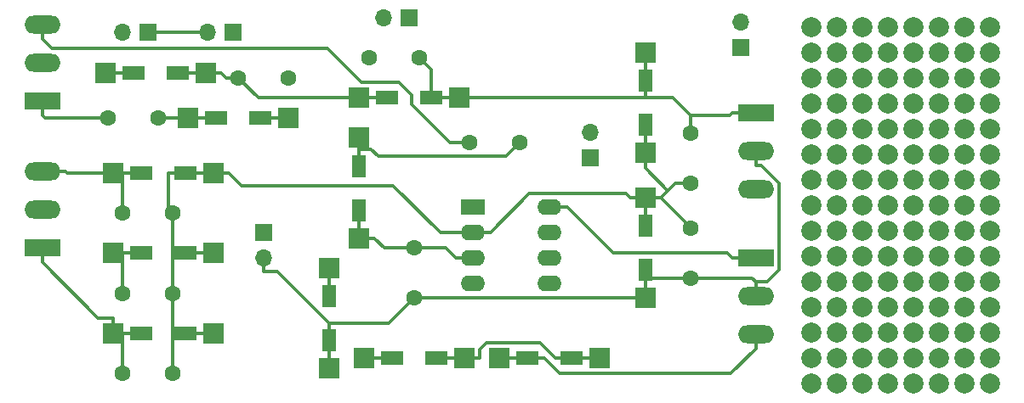
<source format=gbr>
G04 #@! TF.GenerationSoftware,KiCad,Pcbnew,(5.0.0)*
G04 #@! TF.CreationDate,2019-09-28T10:14:36+02:00*
G04 #@! TF.ProjectId,opampprotopcb,6F70616D7070726F746F7063622E6B69,rev?*
G04 #@! TF.SameCoordinates,Original*
G04 #@! TF.FileFunction,Copper,L1,Top,Signal*
G04 #@! TF.FilePolarity,Positive*
%FSLAX46Y46*%
G04 Gerber Fmt 4.6, Leading zero omitted, Abs format (unit mm)*
G04 Created by KiCad (PCBNEW (5.0.0)) date 09/28/19 10:14:36*
%MOMM*%
%LPD*%
G01*
G04 APERTURE LIST*
G04 #@! TA.AperFunction,ComponentPad*
%ADD10R,3.600000X1.800000*%
G04 #@! TD*
G04 #@! TA.AperFunction,ComponentPad*
%ADD11O,3.600000X1.800000*%
G04 #@! TD*
G04 #@! TA.AperFunction,ComponentPad*
%ADD12R,1.700000X1.700000*%
G04 #@! TD*
G04 #@! TA.AperFunction,ComponentPad*
%ADD13O,1.700000X1.700000*%
G04 #@! TD*
G04 #@! TA.AperFunction,ComponentPad*
%ADD14O,2.400000X1.600000*%
G04 #@! TD*
G04 #@! TA.AperFunction,ComponentPad*
%ADD15R,2.400000X1.600000*%
G04 #@! TD*
G04 #@! TA.AperFunction,ComponentPad*
%ADD16R,1.998980X1.998980*%
G04 #@! TD*
G04 #@! TA.AperFunction,SMDPad,CuDef*
%ADD17R,2.301240X1.399540*%
G04 #@! TD*
G04 #@! TA.AperFunction,SMDPad,CuDef*
%ADD18R,1.399540X2.301240*%
G04 #@! TD*
G04 #@! TA.AperFunction,ComponentPad*
%ADD19C,1.600000*%
G04 #@! TD*
G04 #@! TA.AperFunction,ViaPad*
%ADD20C,2.000000*%
G04 #@! TD*
G04 #@! TA.AperFunction,Conductor*
%ADD21C,0.350000*%
G04 #@! TD*
G04 APERTURE END LIST*
D10*
G04 #@! TO.P,J1,1*
G04 #@! TO.N,VCC*
X91000000Y-51000000D03*
D11*
G04 #@! TO.P,J1,2*
G04 #@! TO.N,GND*
X91000000Y-54810000D03*
G04 #@! TO.P,J1,3*
G04 #@! TO.N,VEE*
X91000000Y-58620000D03*
G04 #@! TD*
D10*
G04 #@! TO.P,J2,1*
G04 #@! TO.N,INV_In1*
X20000000Y-50000000D03*
D11*
G04 #@! TO.P,J2,2*
G04 #@! TO.N,Net-(C3-Pad2)*
X20000000Y-46190000D03*
G04 #@! TO.P,J2,3*
G04 #@! TO.N,Net-(C4-Pad2)*
X20000000Y-42380000D03*
G04 #@! TD*
G04 #@! TO.P,J3,3*
G04 #@! TO.N,VEE*
X20000000Y-27690000D03*
G04 #@! TO.P,J3,2*
G04 #@! TO.N,GND*
X20000000Y-31500000D03*
D10*
G04 #@! TO.P,J3,1*
G04 #@! TO.N,N_INV_In*
X20000000Y-35310000D03*
G04 #@! TD*
D12*
G04 #@! TO.P,J4,1*
G04 #@! TO.N,Net-(C1-Pad2)*
X30500000Y-28500000D03*
D13*
G04 #@! TO.P,J4,2*
G04 #@! TO.N,N_INV_In*
X27960000Y-28500000D03*
G04 #@! TD*
D12*
G04 #@! TO.P,J5,1*
G04 #@! TO.N,Net-(C5-Pad2)*
X42000000Y-48460000D03*
D13*
G04 #@! TO.P,J5,2*
G04 #@! TO.N,GND*
X42000000Y-51000000D03*
G04 #@! TD*
D12*
G04 #@! TO.P,J6,1*
G04 #@! TO.N,Net-(C5-Pad2)*
X39000000Y-28500000D03*
D13*
G04 #@! TO.P,J6,2*
G04 #@! TO.N,Net-(C1-Pad2)*
X36460000Y-28500000D03*
G04 #@! TD*
G04 #@! TO.P,J7,2*
G04 #@! TO.N,Net-(C1-Pad2)*
X53960000Y-27000000D03*
D12*
G04 #@! TO.P,J7,1*
G04 #@! TO.N,OUTPUT*
X56500000Y-27000000D03*
G04 #@! TD*
G04 #@! TO.P,J8,1*
G04 #@! TO.N,GND*
X74500000Y-41000000D03*
D13*
G04 #@! TO.P,J8,2*
G04 #@! TO.N,Net-(J8-Pad2)*
X74500000Y-38460000D03*
G04 #@! TD*
D11*
G04 #@! TO.P,J9,3*
G04 #@! TO.N,VEE*
X91000000Y-44120000D03*
G04 #@! TO.P,J9,2*
G04 #@! TO.N,GND*
X91000000Y-40310000D03*
D10*
G04 #@! TO.P,J9,1*
G04 #@! TO.N,OUTPUT*
X91000000Y-36500000D03*
G04 #@! TD*
D13*
G04 #@! TO.P,J10,2*
G04 #@! TO.N,VEE*
X89500000Y-27460000D03*
D12*
G04 #@! TO.P,J10,1*
G04 #@! TO.N,VCC*
X89500000Y-30000000D03*
G04 #@! TD*
D14*
G04 #@! TO.P,U1,8*
G04 #@! TO.N,VCC*
X70500000Y-45920000D03*
G04 #@! TO.P,U1,4*
G04 #@! TO.N,VEE*
X62880000Y-53540000D03*
G04 #@! TO.P,U1,7*
G04 #@! TO.N,Net-(J8-Pad2)*
X70500000Y-48460000D03*
G04 #@! TO.P,U1,3*
G04 #@! TO.N,Net-(C5-Pad2)*
X62880000Y-51000000D03*
G04 #@! TO.P,U1,6*
G04 #@! TO.N,Net-(J8-Pad2)*
X70500000Y-51000000D03*
G04 #@! TO.P,U1,2*
G04 #@! TO.N,Net-(C2-Pad1)*
X62880000Y-48460000D03*
G04 #@! TO.P,U1,5*
G04 #@! TO.N,Net-(R10-Pad2)*
X70500000Y-53540000D03*
D15*
G04 #@! TO.P,U1,1*
G04 #@! TO.N,OUTPUT*
X62880000Y-45920000D03*
G04 #@! TD*
D16*
G04 #@! TO.P,R1,2*
G04 #@! TO.N,N_INV_In*
X26299140Y-32500000D03*
G04 #@! TO.P,R1,1*
G04 #@! TO.N,Net-(C1-Pad2)*
X36301660Y-32500000D03*
D17*
G04 #@! TO.P,R1,2*
G04 #@! TO.N,N_INV_In*
X29100760Y-32500000D03*
G04 #@! TO.P,R1,1*
G04 #@! TO.N,Net-(C1-Pad2)*
X33500040Y-32500000D03*
G04 #@! TD*
G04 #@! TO.P,R2,1*
G04 #@! TO.N,Net-(C2-Pad1)*
X34198340Y-58500000D03*
G04 #@! TO.P,R2,2*
G04 #@! TO.N,INV_In1*
X29799060Y-58500000D03*
D16*
G04 #@! TO.P,R2,1*
G04 #@! TO.N,Net-(C2-Pad1)*
X36999960Y-58500000D03*
G04 #@! TO.P,R2,2*
G04 #@! TO.N,INV_In1*
X26997440Y-58500000D03*
G04 #@! TD*
D17*
G04 #@! TO.P,R3,1*
G04 #@! TO.N,Net-(C2-Pad1)*
X34200940Y-50500000D03*
G04 #@! TO.P,R3,2*
G04 #@! TO.N,Net-(C3-Pad2)*
X29801660Y-50500000D03*
D16*
G04 #@! TO.P,R3,1*
G04 #@! TO.N,Net-(C2-Pad1)*
X37002560Y-50500000D03*
G04 #@! TO.P,R3,2*
G04 #@! TO.N,Net-(C3-Pad2)*
X27000040Y-50500000D03*
G04 #@! TD*
G04 #@! TO.P,R4,2*
G04 #@! TO.N,Net-(C4-Pad2)*
X26997440Y-42500000D03*
G04 #@! TO.P,R4,1*
G04 #@! TO.N,Net-(C2-Pad1)*
X36999960Y-42500000D03*
D17*
G04 #@! TO.P,R4,2*
G04 #@! TO.N,Net-(C4-Pad2)*
X29799060Y-42500000D03*
G04 #@! TO.P,R4,1*
G04 #@! TO.N,Net-(C2-Pad1)*
X34198340Y-42500000D03*
G04 #@! TD*
G04 #@! TO.P,R5,1*
G04 #@! TO.N,Net-(C5-Pad2)*
X41699640Y-37000000D03*
G04 #@! TO.P,R5,2*
G04 #@! TO.N,Net-(C1-Pad2)*
X37300360Y-37000000D03*
D16*
G04 #@! TO.P,R5,1*
G04 #@! TO.N,Net-(C5-Pad2)*
X44501260Y-37000000D03*
G04 #@! TO.P,R5,2*
G04 #@! TO.N,Net-(C1-Pad2)*
X34498740Y-37000000D03*
G04 #@! TD*
G04 #@! TO.P,R6,2*
G04 #@! TO.N,VCC*
X51500000Y-38998740D03*
G04 #@! TO.P,R6,1*
G04 #@! TO.N,Net-(C5-Pad2)*
X51500000Y-49001260D03*
D18*
G04 #@! TO.P,R6,2*
G04 #@! TO.N,VCC*
X51500000Y-41800360D03*
G04 #@! TO.P,R6,1*
G04 #@! TO.N,Net-(C5-Pad2)*
X51500000Y-46199640D03*
G04 #@! TD*
D16*
G04 #@! TO.P,R7,2*
G04 #@! TO.N,Net-(C5-Pad2)*
X48500000Y-52000040D03*
G04 #@! TO.P,R7,1*
G04 #@! TO.N,GND*
X48500000Y-62002560D03*
D18*
G04 #@! TO.P,R7,2*
G04 #@! TO.N,Net-(C5-Pad2)*
X48500000Y-54801660D03*
G04 #@! TO.P,R7,1*
G04 #@! TO.N,GND*
X48500000Y-59200940D03*
G04 #@! TD*
D17*
G04 #@! TO.P,R8,1*
G04 #@! TO.N,OUTPUT*
X58699640Y-35000000D03*
G04 #@! TO.P,R8,2*
G04 #@! TO.N,Net-(C1-Pad2)*
X54300360Y-35000000D03*
D16*
G04 #@! TO.P,R8,1*
G04 #@! TO.N,OUTPUT*
X61501260Y-35000000D03*
G04 #@! TO.P,R8,2*
G04 #@! TO.N,Net-(C1-Pad2)*
X51498740Y-35000000D03*
G04 #@! TD*
G04 #@! TO.P,R9,2*
G04 #@! TO.N,VCC*
X51998740Y-61000000D03*
G04 #@! TO.P,R9,1*
G04 #@! TO.N,Net-(R10-Pad2)*
X62001260Y-61000000D03*
D17*
G04 #@! TO.P,R9,2*
G04 #@! TO.N,VCC*
X54800360Y-61000000D03*
G04 #@! TO.P,R9,1*
G04 #@! TO.N,Net-(R10-Pad2)*
X59199640Y-61000000D03*
G04 #@! TD*
G04 #@! TO.P,R10,1*
G04 #@! TO.N,VEE*
X68299060Y-61000000D03*
G04 #@! TO.P,R10,2*
G04 #@! TO.N,Net-(R10-Pad2)*
X72698340Y-61000000D03*
D16*
G04 #@! TO.P,R10,1*
G04 #@! TO.N,VEE*
X65497440Y-61000000D03*
G04 #@! TO.P,R10,2*
G04 #@! TO.N,Net-(R10-Pad2)*
X75499960Y-61000000D03*
G04 #@! TD*
D18*
G04 #@! TO.P,R11,1*
G04 #@! TO.N,Net-(C2-Pad1)*
X80000000Y-37700940D03*
G04 #@! TO.P,R11,2*
G04 #@! TO.N,OUTPUT*
X80000000Y-33301660D03*
D16*
G04 #@! TO.P,R11,1*
G04 #@! TO.N,Net-(C2-Pad1)*
X80000000Y-40502560D03*
G04 #@! TO.P,R11,2*
G04 #@! TO.N,OUTPUT*
X80000000Y-30500040D03*
G04 #@! TD*
G04 #@! TO.P,R12,2*
G04 #@! TO.N,Net-(C2-Pad1)*
X80000000Y-44998740D03*
G04 #@! TO.P,R12,1*
G04 #@! TO.N,GND*
X80000000Y-55001260D03*
D18*
G04 #@! TO.P,R12,2*
G04 #@! TO.N,Net-(C2-Pad1)*
X80000000Y-47800360D03*
G04 #@! TO.P,R12,1*
G04 #@! TO.N,GND*
X80000000Y-52199640D03*
G04 #@! TD*
D19*
G04 #@! TO.P,C1,1*
G04 #@! TO.N,N_INV_In*
X26500000Y-37000000D03*
G04 #@! TO.P,C1,2*
G04 #@! TO.N,Net-(C1-Pad2)*
X31500000Y-37000000D03*
G04 #@! TD*
G04 #@! TO.P,C2,2*
G04 #@! TO.N,INV_In1*
X28000000Y-62500000D03*
G04 #@! TO.P,C2,1*
G04 #@! TO.N,Net-(C2-Pad1)*
X33000000Y-62500000D03*
G04 #@! TD*
G04 #@! TO.P,C3,2*
G04 #@! TO.N,Net-(C3-Pad2)*
X28000000Y-54500000D03*
G04 #@! TO.P,C3,1*
G04 #@! TO.N,Net-(C2-Pad1)*
X33000000Y-54500000D03*
G04 #@! TD*
G04 #@! TO.P,C4,2*
G04 #@! TO.N,Net-(C4-Pad2)*
X28000000Y-46500000D03*
G04 #@! TO.P,C4,1*
G04 #@! TO.N,Net-(C2-Pad1)*
X33000000Y-46500000D03*
G04 #@! TD*
G04 #@! TO.P,C5,2*
G04 #@! TO.N,Net-(C5-Pad2)*
X44500000Y-33000000D03*
G04 #@! TO.P,C5,1*
G04 #@! TO.N,Net-(C1-Pad2)*
X39500000Y-33000000D03*
G04 #@! TD*
G04 #@! TO.P,C6,2*
G04 #@! TO.N,Net-(C5-Pad2)*
X57000000Y-50000000D03*
G04 #@! TO.P,C6,1*
G04 #@! TO.N,GND*
X57000000Y-55000000D03*
G04 #@! TD*
G04 #@! TO.P,C7,1*
G04 #@! TO.N,Net-(C1-Pad2)*
X52500000Y-31000000D03*
G04 #@! TO.P,C7,2*
G04 #@! TO.N,OUTPUT*
X57500000Y-31000000D03*
G04 #@! TD*
G04 #@! TO.P,C8,1*
G04 #@! TO.N,OUTPUT*
X84500000Y-38500000D03*
G04 #@! TO.P,C8,2*
G04 #@! TO.N,Net-(C2-Pad1)*
X84500000Y-43500000D03*
G04 #@! TD*
G04 #@! TO.P,C9,1*
G04 #@! TO.N,Net-(C2-Pad1)*
X84500000Y-48000000D03*
G04 #@! TO.P,C9,2*
G04 #@! TO.N,GND*
X84500000Y-53000000D03*
G04 #@! TD*
G04 #@! TO.P,C10,1*
G04 #@! TO.N,VEE*
X62500000Y-39500000D03*
G04 #@! TO.P,C10,2*
G04 #@! TO.N,VCC*
X67500000Y-39500000D03*
G04 #@! TD*
D20*
G04 #@! TO.N,*
X114300000Y-27940000D03*
X114300000Y-30480000D03*
X101600000Y-27940000D03*
X99060000Y-30480000D03*
X99060000Y-27940000D03*
X104140000Y-30480000D03*
X104140000Y-27940000D03*
X101600000Y-30480000D03*
X111760000Y-27940000D03*
X111760000Y-30480000D03*
X106680000Y-30480000D03*
X109220000Y-27940000D03*
X109220000Y-30480000D03*
X106680000Y-27940000D03*
X106680000Y-33020000D03*
X109220000Y-35560000D03*
X109220000Y-33020000D03*
X106680000Y-35560000D03*
X111760000Y-35560000D03*
X111760000Y-33020000D03*
X101600000Y-35560000D03*
X104140000Y-33020000D03*
X104140000Y-35560000D03*
X99060000Y-33020000D03*
X99060000Y-35560000D03*
X101600000Y-33020000D03*
X106680000Y-40640000D03*
X111760000Y-38100000D03*
X104140000Y-38100000D03*
X104140000Y-40640000D03*
X111760000Y-40640000D03*
X109220000Y-40640000D03*
X99060000Y-40640000D03*
X101600000Y-40640000D03*
X99060000Y-38100000D03*
X101600000Y-38100000D03*
X109220000Y-38100000D03*
X106680000Y-38100000D03*
X106680000Y-43180000D03*
X114300000Y-45720000D03*
X109220000Y-45720000D03*
X106680000Y-50800000D03*
X109220000Y-43180000D03*
X106680000Y-45720000D03*
X111760000Y-45720000D03*
X111760000Y-48260000D03*
X104140000Y-48260000D03*
X104140000Y-50800000D03*
X104140000Y-53340000D03*
X99060000Y-55880000D03*
X111760000Y-50800000D03*
X111760000Y-43180000D03*
X109220000Y-50800000D03*
X101600000Y-45720000D03*
X104140000Y-43180000D03*
X99060000Y-50800000D03*
X106680000Y-55880000D03*
X111760000Y-53340000D03*
X111760000Y-55880000D03*
X114300000Y-43180000D03*
X104140000Y-45720000D03*
X106680000Y-53340000D03*
X101600000Y-53340000D03*
X101600000Y-50800000D03*
X99060000Y-48260000D03*
X99060000Y-53340000D03*
X101600000Y-48260000D03*
X109220000Y-55880000D03*
X109220000Y-48260000D03*
X99060000Y-43180000D03*
X106680000Y-48260000D03*
X109220000Y-53340000D03*
X99060000Y-45720000D03*
X101600000Y-43180000D03*
X104140000Y-55880000D03*
X101600000Y-55880000D03*
X114300000Y-53340000D03*
X114300000Y-55880000D03*
X114300000Y-50800000D03*
X114300000Y-48260000D03*
X114300000Y-38100000D03*
X114300000Y-33020000D03*
X114300000Y-35560000D03*
X114300000Y-40640000D03*
X111760000Y-58420000D03*
X106680000Y-58420000D03*
X101600000Y-58420000D03*
X104140000Y-58420000D03*
X114300000Y-58420000D03*
X99060000Y-58420000D03*
X109220000Y-58420000D03*
X106680000Y-60960000D03*
X111760000Y-60960000D03*
X99060000Y-60960000D03*
X109220000Y-60960000D03*
X114300000Y-60960000D03*
X101600000Y-60960000D03*
X104140000Y-60960000D03*
X109220000Y-63500000D03*
X114300000Y-63500000D03*
X101600000Y-63500000D03*
X111760000Y-63500000D03*
X106680000Y-63500000D03*
X104140000Y-63500000D03*
X99060000Y-63500000D03*
X96520000Y-40640000D03*
X96520000Y-55880000D03*
X96520000Y-50800000D03*
X96520000Y-35560000D03*
X96520000Y-33020000D03*
X96520000Y-38100000D03*
X96520000Y-27940000D03*
X96520000Y-30480000D03*
X96520000Y-63500000D03*
X96520000Y-43180000D03*
X96520000Y-58420000D03*
X96520000Y-53340000D03*
X96520000Y-48260000D03*
X96520000Y-60960000D03*
X96520000Y-45720000D03*
G04 #@! TD*
D21*
G04 #@! TO.N,Net-(C1-Pad2)*
X34498700Y-37000000D02*
X31500000Y-37000000D01*
X37300400Y-37000000D02*
X34498700Y-37000000D01*
X51498700Y-35000000D02*
X54300400Y-35000000D01*
X39500000Y-33000000D02*
X41500000Y-35000000D01*
X41500000Y-35000000D02*
X51498700Y-35000000D01*
X36460000Y-28500000D02*
X30500000Y-28500000D01*
X33500000Y-32500000D02*
X36301700Y-32500000D01*
X36301700Y-32500000D02*
X37826500Y-32500000D01*
X39500000Y-33000000D02*
X38326500Y-33000000D01*
X38326500Y-33000000D02*
X37826500Y-32500000D01*
G04 #@! TO.N,Net-(C2-Pad1)*
X33000000Y-46500000D02*
X33000000Y-50500000D01*
X32522400Y-42500000D02*
X32522400Y-46022400D01*
X32522400Y-46022400D02*
X33000000Y-46500000D01*
X82248100Y-44275400D02*
X81524800Y-44998700D01*
X84500000Y-43500000D02*
X83023500Y-43500000D01*
X83023500Y-43500000D02*
X82248100Y-44275400D01*
X82248100Y-44275400D02*
X80000000Y-42027400D01*
X81524800Y-44998700D02*
X84500000Y-47973900D01*
X84500000Y-47973900D02*
X84500000Y-48000000D01*
X80000000Y-40502600D02*
X80000000Y-42027400D01*
X80000000Y-44998700D02*
X78475200Y-44998700D01*
X62880000Y-48460000D02*
X64605300Y-48460000D01*
X64605300Y-48460000D02*
X68476500Y-44588800D01*
X68476500Y-44588800D02*
X78065300Y-44588800D01*
X78065300Y-44588800D02*
X78475200Y-44998700D01*
X38524800Y-42500000D02*
X39777100Y-43752300D01*
X39777100Y-43752300D02*
X54897500Y-43752300D01*
X54897500Y-43752300D02*
X59605200Y-48460000D01*
X59605200Y-48460000D02*
X62880000Y-48460000D01*
X33000000Y-54500000D02*
X33000000Y-50500000D01*
X33000000Y-58500000D02*
X33000000Y-54500000D01*
X34200900Y-50500000D02*
X33000000Y-50500000D01*
X34200900Y-50500000D02*
X37002600Y-50500000D01*
X34198300Y-42500000D02*
X32522400Y-42500000D01*
X34198300Y-58500000D02*
X33000000Y-58500000D01*
X33000000Y-62500000D02*
X33000000Y-58500000D01*
X80000000Y-47800400D02*
X80000000Y-44998700D01*
X37000000Y-42500000D02*
X38524800Y-42500000D01*
X34198300Y-42500000D02*
X37000000Y-42500000D01*
X37000000Y-58500000D02*
X34198300Y-58500000D01*
X80000000Y-37700900D02*
X80000000Y-40502600D01*
X80000000Y-44998700D02*
X81524800Y-44998700D01*
G04 #@! TO.N,Net-(C3-Pad2)*
X27000000Y-50500000D02*
X28000000Y-50500000D01*
X28000000Y-50500000D02*
X29801700Y-50500000D01*
X28000000Y-54500000D02*
X28000000Y-50500000D01*
G04 #@! TO.N,Net-(C4-Pad2)*
X28000000Y-42500000D02*
X26997400Y-42500000D01*
X29799100Y-42500000D02*
X28000000Y-42500000D01*
X28000000Y-46500000D02*
X28000000Y-42500000D01*
X20000000Y-42380000D02*
X22325300Y-42380000D01*
X26997400Y-42500000D02*
X22445300Y-42500000D01*
X22445300Y-42500000D02*
X22325300Y-42380000D01*
G04 #@! TO.N,Net-(C5-Pad2)*
X51500000Y-49001300D02*
X53024800Y-49001300D01*
X57000000Y-50000000D02*
X54023500Y-50000000D01*
X54023500Y-50000000D02*
X53024800Y-49001300D01*
X61154700Y-51000000D02*
X60154700Y-50000000D01*
X60154700Y-50000000D02*
X57000000Y-50000000D01*
X51500000Y-49001300D02*
X51500000Y-46199600D01*
X48500000Y-52000000D02*
X48500000Y-54801700D01*
X44501300Y-37000000D02*
X41699600Y-37000000D01*
X62880000Y-51000000D02*
X61154700Y-51000000D01*
G04 #@! TO.N,GND*
X91000000Y-40310000D02*
X91000000Y-41735300D01*
X91000000Y-41735300D02*
X91534500Y-41735300D01*
X91534500Y-41735300D02*
X93325400Y-43526200D01*
X93325400Y-43526200D02*
X93325400Y-52169300D01*
X93325400Y-52169300D02*
X92110000Y-53384700D01*
X92110000Y-53384700D02*
X91000000Y-53384700D01*
X84500000Y-53018700D02*
X90634000Y-53018700D01*
X90634000Y-53018700D02*
X91000000Y-53384700D01*
X80000000Y-53037500D02*
X84481200Y-53037500D01*
X84481200Y-53037500D02*
X84500000Y-53018700D01*
X84500000Y-53018700D02*
X84500000Y-53000000D01*
X91000000Y-54810000D02*
X91000000Y-53384700D01*
X80000000Y-53037500D02*
X80000000Y-53875500D01*
X80000000Y-52199600D02*
X80000000Y-53037500D01*
X57000000Y-55000000D02*
X57001300Y-55001300D01*
X57001300Y-55001300D02*
X78475200Y-55001300D01*
X80000000Y-55001300D02*
X78475200Y-55001300D01*
X48500000Y-57525000D02*
X54475000Y-57525000D01*
X54475000Y-57525000D02*
X57000000Y-55000000D01*
X42000000Y-51000000D02*
X42000000Y-52375300D01*
X42000000Y-52375300D02*
X43350300Y-52375300D01*
X43350300Y-52375300D02*
X48500000Y-57525000D01*
X48500000Y-59200900D02*
X48500000Y-57525000D01*
X48500000Y-62002600D02*
X48500000Y-59200900D01*
X80000000Y-55001300D02*
X80000000Y-53875500D01*
G04 #@! TO.N,VCC*
X51500000Y-40124500D02*
X51500000Y-38998700D01*
X51500000Y-41800400D02*
X51500000Y-40124500D01*
X67500000Y-39500000D02*
X66142200Y-40857800D01*
X66142200Y-40857800D02*
X53458400Y-40857800D01*
X53458400Y-40857800D02*
X52725100Y-40124500D01*
X52725100Y-40124500D02*
X51500000Y-40124500D01*
X91000000Y-51000000D02*
X88674700Y-51000000D01*
X70500000Y-45920000D02*
X72225300Y-45920000D01*
X72225300Y-45920000D02*
X76805300Y-50500000D01*
X76805300Y-50500000D02*
X88174700Y-50500000D01*
X88174700Y-50500000D02*
X88674700Y-51000000D01*
X54800400Y-61000000D02*
X51998700Y-61000000D01*
G04 #@! TO.N,VEE*
X20000000Y-27690000D02*
X20000000Y-29115300D01*
X62500000Y-39500000D02*
X60584000Y-39500000D01*
X60584000Y-39500000D02*
X56747700Y-35663700D01*
X56747700Y-35663700D02*
X56747700Y-34751300D01*
X56747700Y-34751300D02*
X55471500Y-33475100D01*
X55471500Y-33475100D02*
X51751600Y-33475100D01*
X51751600Y-33475100D02*
X48351100Y-30074600D01*
X48351100Y-30074600D02*
X20959300Y-30074600D01*
X20959300Y-30074600D02*
X20000000Y-29115300D01*
X68299100Y-61000000D02*
X69975000Y-61000000D01*
X69975000Y-61000000D02*
X71499900Y-62524900D01*
X71499900Y-62524900D02*
X88520400Y-62524900D01*
X88520400Y-62524900D02*
X91000000Y-60045300D01*
X65497400Y-61000000D02*
X68299100Y-61000000D01*
X91000000Y-58620000D02*
X91000000Y-60045300D01*
G04 #@! TO.N,Net-(R10-Pad2)*
X72698300Y-61000000D02*
X71022400Y-61000000D01*
X71022400Y-61000000D02*
X69497600Y-59475200D01*
X69497600Y-59475200D02*
X64193100Y-59475200D01*
X64193100Y-59475200D02*
X63526100Y-60142200D01*
X63526100Y-60142200D02*
X63526100Y-61000000D01*
X75500000Y-61000000D02*
X72698300Y-61000000D01*
X62001300Y-61000000D02*
X63526100Y-61000000D01*
X59199600Y-61000000D02*
X62001300Y-61000000D01*
G04 #@! TO.N,N_INV_In*
X20000000Y-35310000D02*
X20000000Y-36735300D01*
X26500000Y-37000000D02*
X20264700Y-37000000D01*
X20264700Y-37000000D02*
X20000000Y-36735300D01*
X29100800Y-32500000D02*
X26299100Y-32500000D01*
G04 #@! TO.N,INV_In1*
X28000000Y-58500000D02*
X28123200Y-58500000D01*
X26997400Y-58500000D02*
X28000000Y-58500000D01*
X28000000Y-62500000D02*
X28000000Y-58500000D01*
X29799100Y-58500000D02*
X28123200Y-58500000D01*
X20000000Y-50000000D02*
X20000000Y-51425300D01*
X26997400Y-58500000D02*
X26997400Y-56975200D01*
X26997400Y-56975200D02*
X25549900Y-56975200D01*
X25549900Y-56975200D02*
X20000000Y-51425300D01*
G04 #@! TO.N,OUTPUT*
X84500000Y-36738800D02*
X88435900Y-36738800D01*
X88435900Y-36738800D02*
X88674700Y-36500000D01*
X80000000Y-34977600D02*
X82738800Y-34977600D01*
X82738800Y-34977600D02*
X84500000Y-36738800D01*
X84500000Y-38500000D02*
X84500000Y-36738800D01*
X91000000Y-36500000D02*
X88674700Y-36500000D01*
X58699600Y-35000000D02*
X58699600Y-32199600D01*
X58699600Y-32199600D02*
X57500000Y-31000000D01*
X58699600Y-35000000D02*
X61501300Y-35000000D01*
X80000000Y-33301700D02*
X80000000Y-34977600D01*
X80000000Y-34977600D02*
X63048500Y-34977600D01*
X63048500Y-34977600D02*
X63026100Y-35000000D01*
X61501300Y-35000000D02*
X63026100Y-35000000D01*
X80000000Y-30500000D02*
X80000000Y-33301700D01*
G04 #@! TD*
M02*

</source>
